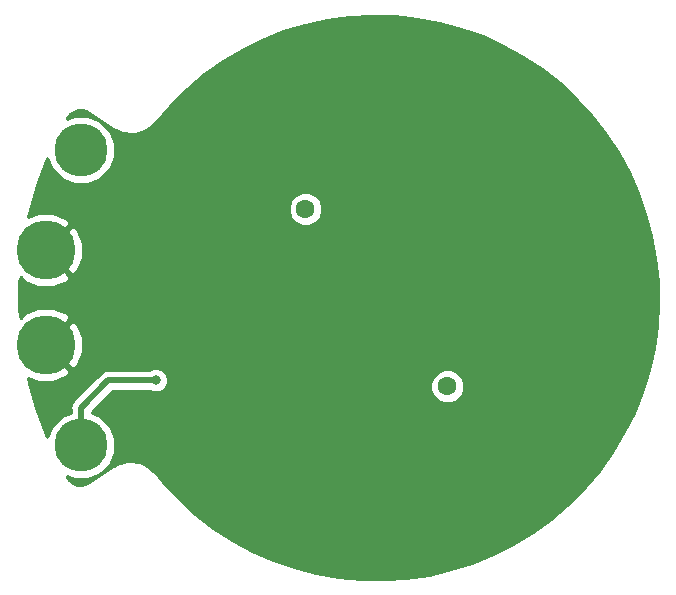
<source format=gbr>
G04 #@! TF.GenerationSoftware,KiCad,Pcbnew,5.0.2-bee76a0~70~ubuntu16.04.1*
G04 #@! TF.CreationDate,2019-11-30T17:26:29+01:00*
G04 #@! TF.ProjectId,bambule,62616d62-756c-4652-9e6b-696361645f70,rev?*
G04 #@! TF.SameCoordinates,Original*
G04 #@! TF.FileFunction,Copper,L2,Bot*
G04 #@! TF.FilePolarity,Positive*
%FSLAX46Y46*%
G04 Gerber Fmt 4.6, Leading zero omitted, Abs format (unit mm)*
G04 Created by KiCad (PCBNEW 5.0.2-bee76a0~70~ubuntu16.04.1) date Sat 30 Nov 2019 05:26:29 PM CET*
%MOMM*%
%LPD*%
G01*
G04 APERTURE LIST*
G04 #@! TA.AperFunction,ComponentPad*
%ADD10C,5.000000*%
G04 #@! TD*
G04 #@! TA.AperFunction,ComponentPad*
%ADD11C,1.600000*%
G04 #@! TD*
G04 #@! TA.AperFunction,ComponentPad*
%ADD12C,4.500880*%
G04 #@! TD*
G04 #@! TA.AperFunction,ViaPad*
%ADD13C,0.800000*%
G04 #@! TD*
G04 #@! TA.AperFunction,ViaPad*
%ADD14C,1.200000*%
G04 #@! TD*
G04 #@! TA.AperFunction,Conductor*
%ADD15C,0.500000*%
G04 #@! TD*
G04 #@! TA.AperFunction,Conductor*
%ADD16C,0.254000*%
G04 #@! TD*
G04 APERTURE END LIST*
D10*
G04 #@! TO.P,H1,1*
G04 #@! TO.N,/HEATSINK*
X72000000Y-104000000D03*
G04 #@! TD*
G04 #@! TO.P,H2,1*
G04 #@! TO.N,/HEATSINK*
X72000000Y-96000000D03*
G04 #@! TD*
D11*
G04 #@! TO.P,D1,2*
G04 #@! TO.N,/VBUS*
X94000000Y-92500000D03*
G04 #@! TO.P,D1,1*
G04 #@! TO.N,Net-(D1-Pad1)*
X106000000Y-107500000D03*
G04 #@! TD*
D12*
G04 #@! TO.P,J1,1*
G04 #@! TO.N,/VBUS*
X75000000Y-87500000D03*
G04 #@! TD*
G04 #@! TO.P,J2,1*
G04 #@! TO.N,GND*
X75000000Y-112500000D03*
G04 #@! TD*
D13*
G04 #@! TO.N,GND*
X81319999Y-107000000D03*
D14*
G04 #@! TO.N,/HEATSINK*
X90000000Y-80000000D03*
X95000000Y-80000000D03*
X100000000Y-80000000D03*
X105000000Y-80000000D03*
X85000000Y-85000000D03*
X90000000Y-85000000D03*
X95000000Y-85000000D03*
X100000000Y-85000000D03*
X105000000Y-85000000D03*
X110000000Y-85000000D03*
X90000000Y-90000000D03*
X95000000Y-90000000D03*
X100000000Y-90000000D03*
X105000000Y-90000000D03*
X110000000Y-90000000D03*
X115000000Y-90000000D03*
X120000000Y-90000000D03*
X85000000Y-95000000D03*
X90000000Y-95000000D03*
X95000000Y-95000000D03*
X100000000Y-95000000D03*
X105000000Y-95000000D03*
X110000000Y-95000000D03*
X115000000Y-95000000D03*
X120000000Y-95000000D03*
X85000000Y-100000000D03*
X90000000Y-100000000D03*
X95000000Y-100000000D03*
X100000000Y-100000000D03*
X105000000Y-100000000D03*
X110000000Y-100000000D03*
X115000000Y-100000000D03*
X120000000Y-100000000D03*
X85000000Y-105000000D03*
X90000000Y-105000000D03*
X95000000Y-105000000D03*
X100000000Y-105000000D03*
X105000000Y-105000000D03*
X110000000Y-105000000D03*
X115000000Y-105000000D03*
X120000000Y-105000000D03*
X90000000Y-110000000D03*
X95000000Y-110000000D03*
X100000000Y-110000000D03*
X105000000Y-110000000D03*
X110000000Y-110000000D03*
X115000000Y-110000000D03*
X120000000Y-110000000D03*
X85000000Y-115000000D03*
X90000000Y-115000000D03*
X95000000Y-115000000D03*
X100000000Y-115000000D03*
X105000000Y-115000000D03*
X110000000Y-115000000D03*
X115000000Y-115000000D03*
X90000000Y-120000000D03*
X95000000Y-120000000D03*
X100000000Y-120000000D03*
X105000000Y-120000000D03*
X110000000Y-120000000D03*
X115000000Y-85000000D03*
X110000000Y-80000000D03*
G04 #@! TD*
D15*
G04 #@! TO.N,GND*
X80754314Y-107000000D02*
X81319999Y-107000000D01*
X77317398Y-107000000D02*
X80754314Y-107000000D01*
X75000000Y-109317398D02*
X77317398Y-107000000D01*
X75000000Y-112500000D02*
X75000000Y-109317398D01*
G04 #@! TD*
D16*
G04 #@! TO.N,/HEATSINK*
G36*
X101553959Y-76186169D02*
X103458805Y-76387504D01*
X105341346Y-76740953D01*
X107189490Y-77244244D01*
X108991313Y-77894133D01*
X110735209Y-78686430D01*
X112409954Y-79616039D01*
X114004740Y-80676958D01*
X115509311Y-81862366D01*
X116913965Y-83164616D01*
X118209660Y-84575332D01*
X119388041Y-86085412D01*
X120441515Y-87685125D01*
X121363312Y-89364195D01*
X122147469Y-91111760D01*
X122788949Y-92916591D01*
X123283619Y-94767053D01*
X123628291Y-96651225D01*
X123820744Y-98556984D01*
X123859737Y-100472030D01*
X123745020Y-102384039D01*
X123477332Y-104280677D01*
X123058395Y-106149754D01*
X122490915Y-107979195D01*
X121778543Y-109757235D01*
X120925862Y-111472427D01*
X119938372Y-113113711D01*
X118822443Y-114670498D01*
X117585251Y-116132780D01*
X116234772Y-117491131D01*
X114779697Y-118736804D01*
X113229415Y-119861765D01*
X111593892Y-120858779D01*
X109883695Y-121721406D01*
X108109827Y-122444097D01*
X106283705Y-123022201D01*
X104417094Y-123451991D01*
X102522034Y-123730696D01*
X100610737Y-123856521D01*
X98695492Y-123828655D01*
X96788664Y-123647281D01*
X94902514Y-123313564D01*
X93049193Y-122829651D01*
X91240675Y-122198671D01*
X89488568Y-121424675D01*
X87804182Y-120512656D01*
X86198374Y-119468495D01*
X84681473Y-118298910D01*
X83263260Y-117011440D01*
X81947888Y-115609068D01*
X81322315Y-114855561D01*
X81320777Y-114853853D01*
X81320447Y-114853320D01*
X81314642Y-114846469D01*
X81219475Y-114735544D01*
X81173402Y-114695177D01*
X81132399Y-114649674D01*
X81125469Y-114643965D01*
X80685581Y-114286115D01*
X80600050Y-114234767D01*
X80515167Y-114182386D01*
X80506914Y-114178853D01*
X80506911Y-114178851D01*
X80506907Y-114178850D01*
X79984269Y-113958846D01*
X79887707Y-113933552D01*
X79791590Y-113907116D01*
X79782677Y-113906040D01*
X79782675Y-113906040D01*
X79219292Y-113841567D01*
X79119559Y-113844390D01*
X79019840Y-113845994D01*
X79010982Y-113847464D01*
X79010980Y-113847464D01*
X78452147Y-113943705D01*
X78357224Y-113974404D01*
X78261954Y-114003934D01*
X78253864Y-114007831D01*
X77762354Y-114248316D01*
X77714026Y-114268802D01*
X75707822Y-115633319D01*
X75340041Y-115813267D01*
X74988675Y-115873778D01*
X74634445Y-115833240D01*
X74305835Y-115694913D01*
X74019515Y-115461990D01*
X73848224Y-115230454D01*
X73790024Y-115121989D01*
X74426050Y-115385440D01*
X75573950Y-115385440D01*
X76634470Y-114946158D01*
X77446158Y-114134470D01*
X77885440Y-113073950D01*
X77885440Y-111926050D01*
X77446158Y-110865530D01*
X76634470Y-110053842D01*
X75885000Y-109743401D01*
X75885000Y-109683976D01*
X77683977Y-107885000D01*
X80751992Y-107885000D01*
X81114125Y-108035000D01*
X81525873Y-108035000D01*
X81906279Y-107877431D01*
X82197430Y-107586280D01*
X82351400Y-107214561D01*
X104565000Y-107214561D01*
X104565000Y-107785439D01*
X104783466Y-108312862D01*
X105187138Y-108716534D01*
X105714561Y-108935000D01*
X106285439Y-108935000D01*
X106812862Y-108716534D01*
X107216534Y-108312862D01*
X107435000Y-107785439D01*
X107435000Y-107214561D01*
X107216534Y-106687138D01*
X106812862Y-106283466D01*
X106285439Y-106065000D01*
X105714561Y-106065000D01*
X105187138Y-106283466D01*
X104783466Y-106687138D01*
X104565000Y-107214561D01*
X82351400Y-107214561D01*
X82354999Y-107205874D01*
X82354999Y-106794126D01*
X82197430Y-106413720D01*
X81906279Y-106122569D01*
X81525873Y-105965000D01*
X81114125Y-105965000D01*
X80751992Y-106115000D01*
X77404559Y-106115000D01*
X77317398Y-106097663D01*
X77230237Y-106115000D01*
X77230233Y-106115000D01*
X76972088Y-106166348D01*
X76753243Y-106312576D01*
X76753242Y-106312577D01*
X76679349Y-106361951D01*
X76629975Y-106435844D01*
X74435845Y-108629975D01*
X74361952Y-108679349D01*
X74312578Y-108753242D01*
X74312576Y-108753244D01*
X74166348Y-108972089D01*
X74097663Y-109317398D01*
X74115001Y-109404563D01*
X74115001Y-109743401D01*
X73365530Y-110053842D01*
X72553842Y-110865530D01*
X72156301Y-111825279D01*
X71952486Y-111370007D01*
X71211328Y-109335567D01*
X70617533Y-107253369D01*
X70518448Y-106779777D01*
X71377892Y-107135294D01*
X72625072Y-107134705D01*
X73774579Y-106658564D01*
X74056275Y-106235880D01*
X72000000Y-104179605D01*
X71985858Y-104193748D01*
X71806253Y-104014143D01*
X71820395Y-104000000D01*
X72179605Y-104000000D01*
X74235880Y-106056275D01*
X74658564Y-105774579D01*
X75135294Y-104622108D01*
X75134705Y-103374928D01*
X74658564Y-102225421D01*
X74235880Y-101943725D01*
X72179605Y-104000000D01*
X71820395Y-104000000D01*
X71806253Y-103985858D01*
X71985858Y-103806253D01*
X72000000Y-103820395D01*
X74056275Y-101764120D01*
X73774579Y-101341436D01*
X72622108Y-100864706D01*
X71374928Y-100865295D01*
X70225421Y-101341436D01*
X69943726Y-101764118D01*
X69831354Y-101651746D01*
X69800819Y-101682281D01*
X69746788Y-100827510D01*
X69765042Y-98662364D01*
X69793274Y-98310174D01*
X69831354Y-98348254D01*
X69943726Y-98235882D01*
X70225421Y-98658564D01*
X71377892Y-99135294D01*
X72625072Y-99134705D01*
X73774579Y-98658564D01*
X74056275Y-98235880D01*
X72000000Y-96179605D01*
X71985858Y-96193748D01*
X71806253Y-96014143D01*
X71820395Y-96000000D01*
X72179605Y-96000000D01*
X74235880Y-98056275D01*
X74658564Y-97774579D01*
X75135294Y-96622108D01*
X75134705Y-95374928D01*
X74658564Y-94225421D01*
X74235880Y-93943725D01*
X72179605Y-96000000D01*
X71820395Y-96000000D01*
X71806253Y-95985858D01*
X71985858Y-95806253D01*
X72000000Y-95820395D01*
X74056275Y-93764120D01*
X73774579Y-93341436D01*
X72622108Y-92864706D01*
X71374928Y-92865295D01*
X70525014Y-93217341D01*
X70744012Y-92252099D01*
X70755404Y-92214561D01*
X92565000Y-92214561D01*
X92565000Y-92785439D01*
X92783466Y-93312862D01*
X93187138Y-93716534D01*
X93714561Y-93935000D01*
X94285439Y-93935000D01*
X94812862Y-93716534D01*
X95216534Y-93312862D01*
X95435000Y-92785439D01*
X95435000Y-92214561D01*
X95216534Y-91687138D01*
X94812862Y-91283466D01*
X94285439Y-91065000D01*
X93714561Y-91065000D01*
X93187138Y-91283466D01*
X92783466Y-91687138D01*
X92565000Y-92214561D01*
X70755404Y-92214561D01*
X71372833Y-90180201D01*
X72148180Y-88158566D01*
X72148938Y-88156947D01*
X72553842Y-89134470D01*
X73365530Y-89946158D01*
X74426050Y-90385440D01*
X75573950Y-90385440D01*
X76634470Y-89946158D01*
X77446158Y-89134470D01*
X77885440Y-88073950D01*
X77885440Y-86926050D01*
X77446158Y-85865530D01*
X76634470Y-85053842D01*
X75573950Y-84614560D01*
X74426050Y-84614560D01*
X73787771Y-84878944D01*
X73840419Y-84782780D01*
X74088551Y-84469907D01*
X74379597Y-84263964D01*
X74716747Y-84147986D01*
X75072895Y-84131295D01*
X75431617Y-84218192D01*
X75697584Y-84359575D01*
X77714027Y-85731055D01*
X77726489Y-85736337D01*
X77800432Y-85782771D01*
X77856399Y-85807662D01*
X77909045Y-85838963D01*
X77917356Y-85842361D01*
X78443556Y-86053715D01*
X78540480Y-86077403D01*
X78637061Y-86102261D01*
X78645992Y-86103190D01*
X79210361Y-86158364D01*
X79310032Y-86153897D01*
X79409716Y-86150648D01*
X79418541Y-86149033D01*
X79418547Y-86149033D01*
X79418552Y-86149031D01*
X79975719Y-86043587D01*
X80070123Y-86011327D01*
X80164893Y-85980230D01*
X80172915Y-85976201D01*
X80172918Y-85976200D01*
X80172921Y-85976198D01*
X80678098Y-85718615D01*
X80759626Y-85661175D01*
X80841887Y-85604709D01*
X80848457Y-85598589D01*
X81261036Y-85209570D01*
X81262084Y-85208254D01*
X81267070Y-85203817D01*
X81307853Y-85161190D01*
X81312916Y-85155393D01*
X82584658Y-83683808D01*
X83949290Y-82339673D01*
X85417321Y-81109311D01*
X86979301Y-80000646D01*
X88625166Y-79020818D01*
X90344314Y-78176142D01*
X92125648Y-77472069D01*
X93957739Y-76913114D01*
X95828723Y-76502900D01*
X97726602Y-76244054D01*
X99639123Y-76138251D01*
X101553959Y-76186169D01*
X101553959Y-76186169D01*
G37*
X101553959Y-76186169D02*
X103458805Y-76387504D01*
X105341346Y-76740953D01*
X107189490Y-77244244D01*
X108991313Y-77894133D01*
X110735209Y-78686430D01*
X112409954Y-79616039D01*
X114004740Y-80676958D01*
X115509311Y-81862366D01*
X116913965Y-83164616D01*
X118209660Y-84575332D01*
X119388041Y-86085412D01*
X120441515Y-87685125D01*
X121363312Y-89364195D01*
X122147469Y-91111760D01*
X122788949Y-92916591D01*
X123283619Y-94767053D01*
X123628291Y-96651225D01*
X123820744Y-98556984D01*
X123859737Y-100472030D01*
X123745020Y-102384039D01*
X123477332Y-104280677D01*
X123058395Y-106149754D01*
X122490915Y-107979195D01*
X121778543Y-109757235D01*
X120925862Y-111472427D01*
X119938372Y-113113711D01*
X118822443Y-114670498D01*
X117585251Y-116132780D01*
X116234772Y-117491131D01*
X114779697Y-118736804D01*
X113229415Y-119861765D01*
X111593892Y-120858779D01*
X109883695Y-121721406D01*
X108109827Y-122444097D01*
X106283705Y-123022201D01*
X104417094Y-123451991D01*
X102522034Y-123730696D01*
X100610737Y-123856521D01*
X98695492Y-123828655D01*
X96788664Y-123647281D01*
X94902514Y-123313564D01*
X93049193Y-122829651D01*
X91240675Y-122198671D01*
X89488568Y-121424675D01*
X87804182Y-120512656D01*
X86198374Y-119468495D01*
X84681473Y-118298910D01*
X83263260Y-117011440D01*
X81947888Y-115609068D01*
X81322315Y-114855561D01*
X81320777Y-114853853D01*
X81320447Y-114853320D01*
X81314642Y-114846469D01*
X81219475Y-114735544D01*
X81173402Y-114695177D01*
X81132399Y-114649674D01*
X81125469Y-114643965D01*
X80685581Y-114286115D01*
X80600050Y-114234767D01*
X80515167Y-114182386D01*
X80506914Y-114178853D01*
X80506911Y-114178851D01*
X80506907Y-114178850D01*
X79984269Y-113958846D01*
X79887707Y-113933552D01*
X79791590Y-113907116D01*
X79782677Y-113906040D01*
X79782675Y-113906040D01*
X79219292Y-113841567D01*
X79119559Y-113844390D01*
X79019840Y-113845994D01*
X79010982Y-113847464D01*
X79010980Y-113847464D01*
X78452147Y-113943705D01*
X78357224Y-113974404D01*
X78261954Y-114003934D01*
X78253864Y-114007831D01*
X77762354Y-114248316D01*
X77714026Y-114268802D01*
X75707822Y-115633319D01*
X75340041Y-115813267D01*
X74988675Y-115873778D01*
X74634445Y-115833240D01*
X74305835Y-115694913D01*
X74019515Y-115461990D01*
X73848224Y-115230454D01*
X73790024Y-115121989D01*
X74426050Y-115385440D01*
X75573950Y-115385440D01*
X76634470Y-114946158D01*
X77446158Y-114134470D01*
X77885440Y-113073950D01*
X77885440Y-111926050D01*
X77446158Y-110865530D01*
X76634470Y-110053842D01*
X75885000Y-109743401D01*
X75885000Y-109683976D01*
X77683977Y-107885000D01*
X80751992Y-107885000D01*
X81114125Y-108035000D01*
X81525873Y-108035000D01*
X81906279Y-107877431D01*
X82197430Y-107586280D01*
X82351400Y-107214561D01*
X104565000Y-107214561D01*
X104565000Y-107785439D01*
X104783466Y-108312862D01*
X105187138Y-108716534D01*
X105714561Y-108935000D01*
X106285439Y-108935000D01*
X106812862Y-108716534D01*
X107216534Y-108312862D01*
X107435000Y-107785439D01*
X107435000Y-107214561D01*
X107216534Y-106687138D01*
X106812862Y-106283466D01*
X106285439Y-106065000D01*
X105714561Y-106065000D01*
X105187138Y-106283466D01*
X104783466Y-106687138D01*
X104565000Y-107214561D01*
X82351400Y-107214561D01*
X82354999Y-107205874D01*
X82354999Y-106794126D01*
X82197430Y-106413720D01*
X81906279Y-106122569D01*
X81525873Y-105965000D01*
X81114125Y-105965000D01*
X80751992Y-106115000D01*
X77404559Y-106115000D01*
X77317398Y-106097663D01*
X77230237Y-106115000D01*
X77230233Y-106115000D01*
X76972088Y-106166348D01*
X76753243Y-106312576D01*
X76753242Y-106312577D01*
X76679349Y-106361951D01*
X76629975Y-106435844D01*
X74435845Y-108629975D01*
X74361952Y-108679349D01*
X74312578Y-108753242D01*
X74312576Y-108753244D01*
X74166348Y-108972089D01*
X74097663Y-109317398D01*
X74115001Y-109404563D01*
X74115001Y-109743401D01*
X73365530Y-110053842D01*
X72553842Y-110865530D01*
X72156301Y-111825279D01*
X71952486Y-111370007D01*
X71211328Y-109335567D01*
X70617533Y-107253369D01*
X70518448Y-106779777D01*
X71377892Y-107135294D01*
X72625072Y-107134705D01*
X73774579Y-106658564D01*
X74056275Y-106235880D01*
X72000000Y-104179605D01*
X71985858Y-104193748D01*
X71806253Y-104014143D01*
X71820395Y-104000000D01*
X72179605Y-104000000D01*
X74235880Y-106056275D01*
X74658564Y-105774579D01*
X75135294Y-104622108D01*
X75134705Y-103374928D01*
X74658564Y-102225421D01*
X74235880Y-101943725D01*
X72179605Y-104000000D01*
X71820395Y-104000000D01*
X71806253Y-103985858D01*
X71985858Y-103806253D01*
X72000000Y-103820395D01*
X74056275Y-101764120D01*
X73774579Y-101341436D01*
X72622108Y-100864706D01*
X71374928Y-100865295D01*
X70225421Y-101341436D01*
X69943726Y-101764118D01*
X69831354Y-101651746D01*
X69800819Y-101682281D01*
X69746788Y-100827510D01*
X69765042Y-98662364D01*
X69793274Y-98310174D01*
X69831354Y-98348254D01*
X69943726Y-98235882D01*
X70225421Y-98658564D01*
X71377892Y-99135294D01*
X72625072Y-99134705D01*
X73774579Y-98658564D01*
X74056275Y-98235880D01*
X72000000Y-96179605D01*
X71985858Y-96193748D01*
X71806253Y-96014143D01*
X71820395Y-96000000D01*
X72179605Y-96000000D01*
X74235880Y-98056275D01*
X74658564Y-97774579D01*
X75135294Y-96622108D01*
X75134705Y-95374928D01*
X74658564Y-94225421D01*
X74235880Y-93943725D01*
X72179605Y-96000000D01*
X71820395Y-96000000D01*
X71806253Y-95985858D01*
X71985858Y-95806253D01*
X72000000Y-95820395D01*
X74056275Y-93764120D01*
X73774579Y-93341436D01*
X72622108Y-92864706D01*
X71374928Y-92865295D01*
X70525014Y-93217341D01*
X70744012Y-92252099D01*
X70755404Y-92214561D01*
X92565000Y-92214561D01*
X92565000Y-92785439D01*
X92783466Y-93312862D01*
X93187138Y-93716534D01*
X93714561Y-93935000D01*
X94285439Y-93935000D01*
X94812862Y-93716534D01*
X95216534Y-93312862D01*
X95435000Y-92785439D01*
X95435000Y-92214561D01*
X95216534Y-91687138D01*
X94812862Y-91283466D01*
X94285439Y-91065000D01*
X93714561Y-91065000D01*
X93187138Y-91283466D01*
X92783466Y-91687138D01*
X92565000Y-92214561D01*
X70755404Y-92214561D01*
X71372833Y-90180201D01*
X72148180Y-88158566D01*
X72148938Y-88156947D01*
X72553842Y-89134470D01*
X73365530Y-89946158D01*
X74426050Y-90385440D01*
X75573950Y-90385440D01*
X76634470Y-89946158D01*
X77446158Y-89134470D01*
X77885440Y-88073950D01*
X77885440Y-86926050D01*
X77446158Y-85865530D01*
X76634470Y-85053842D01*
X75573950Y-84614560D01*
X74426050Y-84614560D01*
X73787771Y-84878944D01*
X73840419Y-84782780D01*
X74088551Y-84469907D01*
X74379597Y-84263964D01*
X74716747Y-84147986D01*
X75072895Y-84131295D01*
X75431617Y-84218192D01*
X75697584Y-84359575D01*
X77714027Y-85731055D01*
X77726489Y-85736337D01*
X77800432Y-85782771D01*
X77856399Y-85807662D01*
X77909045Y-85838963D01*
X77917356Y-85842361D01*
X78443556Y-86053715D01*
X78540480Y-86077403D01*
X78637061Y-86102261D01*
X78645992Y-86103190D01*
X79210361Y-86158364D01*
X79310032Y-86153897D01*
X79409716Y-86150648D01*
X79418541Y-86149033D01*
X79418547Y-86149033D01*
X79418552Y-86149031D01*
X79975719Y-86043587D01*
X80070123Y-86011327D01*
X80164893Y-85980230D01*
X80172915Y-85976201D01*
X80172918Y-85976200D01*
X80172921Y-85976198D01*
X80678098Y-85718615D01*
X80759626Y-85661175D01*
X80841887Y-85604709D01*
X80848457Y-85598589D01*
X81261036Y-85209570D01*
X81262084Y-85208254D01*
X81267070Y-85203817D01*
X81307853Y-85161190D01*
X81312916Y-85155393D01*
X82584658Y-83683808D01*
X83949290Y-82339673D01*
X85417321Y-81109311D01*
X86979301Y-80000646D01*
X88625166Y-79020818D01*
X90344314Y-78176142D01*
X92125648Y-77472069D01*
X93957739Y-76913114D01*
X95828723Y-76502900D01*
X97726602Y-76244054D01*
X99639123Y-76138251D01*
X101553959Y-76186169D01*
G04 #@! TD*
M02*

</source>
